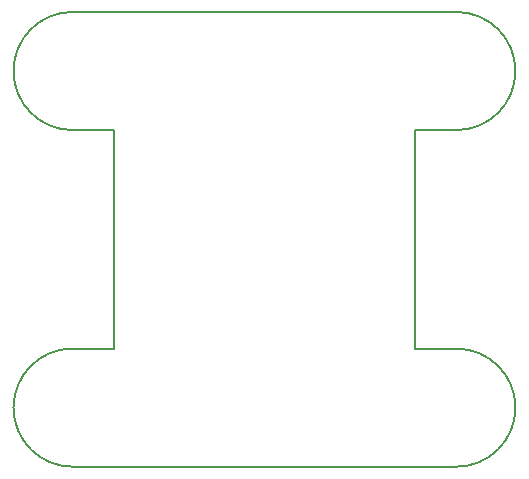
<source format=gm1>
G04 #@! TF.GenerationSoftware,KiCad,Pcbnew,7.0.9-7.0.9~ubuntu20.04.1*
G04 #@! TF.CreationDate,2023-12-21T12:58:47-08:00*
G04 #@! TF.ProjectId,ros_sync_node,726f735f-7379-46e6-935f-6e6f64652e6b,rev?*
G04 #@! TF.SameCoordinates,Original*
G04 #@! TF.FileFunction,Profile,NP*
%FSLAX46Y46*%
G04 Gerber Fmt 4.6, Leading zero omitted, Abs format (unit mm)*
G04 Created by KiCad (PCBNEW 7.0.9-7.0.9~ubuntu20.04.1) date 2023-12-21 12:58:47*
%MOMM*%
%LPD*%
G01*
G04 APERTURE LIST*
G04 #@! TA.AperFunction,Profile*
%ADD10C,0.150000*%
G04 #@! TD*
G04 APERTURE END LIST*
D10*
X150000000Y-94500000D02*
X146500000Y-94500000D01*
X146500000Y-76000000D02*
X150000000Y-76000000D01*
X179000000Y-66000000D02*
X146500000Y-66000000D01*
X175500000Y-76000000D02*
X179000000Y-76000000D01*
X175500000Y-94500000D02*
X175500000Y-76000000D01*
X179000000Y-76000000D02*
G75*
G03*
X179000000Y-66000000I0J5000000D01*
G01*
X146500000Y-66000000D02*
G75*
G03*
X146500000Y-76000000I0J-5000000D01*
G01*
X146500000Y-94500000D02*
G75*
G03*
X146500000Y-104500000I0J-5000000D01*
G01*
X179000000Y-104500000D02*
G75*
G03*
X179000000Y-94500000I0J5000000D01*
G01*
X150000000Y-94500000D02*
X150000000Y-76000000D01*
X179000000Y-104500000D02*
X146500000Y-104500000D01*
X175500000Y-94500000D02*
X179000000Y-94500000D01*
M02*

</source>
